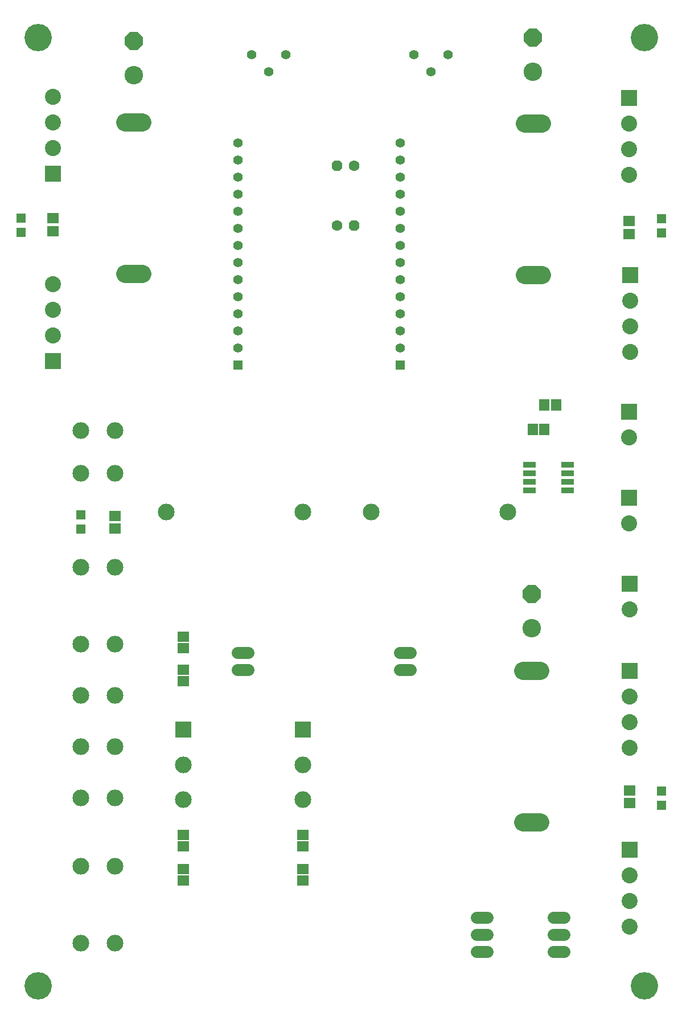
<source format=gts>
G75*
%MOIN*%
%OFA0B0*%
%FSLAX24Y24*%
%IPPOS*%
%LPD*%
%AMOC8*
5,1,8,0,0,1.08239X$1,22.5*
%
%ADD10C,0.1600*%
%ADD11R,0.0560X0.0560*%
%ADD12C,0.0560*%
%ADD13R,0.0940X0.0940*%
%ADD14C,0.0940*%
%ADD15C,0.0980*%
%ADD16R,0.0980X0.0980*%
%ADD17R,0.0710X0.0592*%
%ADD18R,0.0552X0.0552*%
%ADD19R,0.0769X0.0336*%
%ADD20R,0.0592X0.0671*%
%ADD21R,0.0671X0.0592*%
%ADD22C,0.0710*%
%ADD23OC8,0.0630*%
%ADD24C,0.0630*%
%ADD25C,0.1080*%
%ADD26OC8,0.1080*%
%ADD27C,0.1080*%
D10*
X005901Y002450D03*
X041401Y002450D03*
X041401Y057950D03*
X005901Y057950D03*
D11*
X017601Y038800D03*
X027101Y038800D03*
D12*
X027101Y039800D03*
X027101Y040800D03*
X027101Y041800D03*
X027101Y042800D03*
X027101Y043800D03*
X027101Y044800D03*
X027101Y045800D03*
X027101Y046800D03*
X027101Y047800D03*
X027101Y048800D03*
X027101Y049800D03*
X027101Y050800D03*
X027101Y051800D03*
X028901Y055950D03*
X029901Y056950D03*
X027901Y056950D03*
X020401Y056950D03*
X019401Y055950D03*
X018401Y056950D03*
X017601Y051800D03*
X017601Y050800D03*
X017601Y049800D03*
X017601Y048800D03*
X017601Y047800D03*
X017601Y046800D03*
X017601Y045800D03*
X017601Y044800D03*
X017601Y043800D03*
X017601Y042800D03*
X017601Y041800D03*
X017601Y040800D03*
X017601Y039800D03*
D13*
X006779Y039014D03*
X006779Y049984D03*
X040503Y054426D03*
X040573Y044056D03*
X040533Y036056D03*
X040533Y031026D03*
X040563Y025976D03*
X040553Y020896D03*
X040543Y010426D03*
D14*
X040543Y008926D03*
X040543Y007426D03*
X040543Y005926D03*
X040553Y016396D03*
X040553Y017896D03*
X040553Y019396D03*
X040563Y024476D03*
X040533Y029526D03*
X040533Y034556D03*
X040573Y039556D03*
X040573Y041056D03*
X040573Y042556D03*
X040503Y049926D03*
X040503Y051426D03*
X040503Y052926D03*
X006779Y052984D03*
X006779Y051484D03*
X006779Y054484D03*
X006779Y043514D03*
X006779Y042014D03*
X006779Y040514D03*
D15*
X008401Y034950D03*
X010401Y034950D03*
X010401Y032450D03*
X008401Y032450D03*
X008401Y026950D03*
X010401Y026950D03*
X013401Y030200D03*
X010401Y022450D03*
X008401Y022450D03*
X008401Y019450D03*
X010401Y019450D03*
X010401Y016450D03*
X008401Y016450D03*
X008401Y013450D03*
X010401Y013450D03*
X010401Y009450D03*
X008401Y009450D03*
X008401Y004950D03*
X010401Y004950D03*
X014411Y013340D03*
X014411Y015390D03*
X021401Y015400D03*
X021401Y013350D03*
X021401Y030200D03*
X025401Y030200D03*
X033401Y030200D03*
D16*
X021401Y017450D03*
X014411Y017440D03*
D17*
X010401Y029206D03*
X010401Y029954D03*
X006781Y046626D03*
X006781Y047374D03*
X040501Y047214D03*
X040501Y046466D03*
X040541Y013894D03*
X040541Y013146D03*
D18*
X042401Y013037D03*
X042401Y013863D03*
X042401Y046537D03*
X042401Y047363D03*
X008401Y030013D03*
X008401Y029187D03*
X004911Y046547D03*
X004911Y047373D03*
D19*
X034696Y032950D03*
X034696Y032450D03*
X034696Y031950D03*
X034696Y031450D03*
X036901Y031450D03*
X036901Y031950D03*
X036901Y032450D03*
X036901Y032950D03*
D20*
X035566Y035030D03*
X034896Y035030D03*
X035566Y036450D03*
X036236Y036450D03*
D21*
X021401Y011285D03*
X021401Y010615D03*
X021401Y009285D03*
X021401Y008615D03*
X014401Y008615D03*
X014401Y009285D03*
X014401Y010615D03*
X014401Y011285D03*
X014431Y020275D03*
X014431Y020945D03*
X014431Y022215D03*
X014431Y022885D03*
D22*
X017586Y021950D02*
X018216Y021950D01*
X018216Y020950D02*
X017586Y020950D01*
X027086Y020950D02*
X027716Y020950D01*
X027716Y021950D02*
X027086Y021950D01*
X031586Y006450D02*
X032216Y006450D01*
X032216Y005450D02*
X031586Y005450D01*
X031586Y004450D02*
X032216Y004450D01*
X036086Y004450D02*
X036716Y004450D01*
X036716Y005450D02*
X036086Y005450D01*
X036086Y006450D02*
X036716Y006450D01*
D23*
X024401Y046950D03*
X023401Y050450D03*
D24*
X024401Y050450D03*
X023401Y046950D03*
D25*
X034891Y055960D03*
X011521Y055750D03*
X034811Y023380D03*
D26*
X034811Y025380D03*
X034891Y057960D03*
X011521Y057750D03*
D27*
X012021Y052990D02*
X011021Y052990D01*
X011021Y044130D02*
X012021Y044130D01*
X034401Y044070D02*
X035401Y044070D01*
X035401Y052930D02*
X034401Y052930D01*
X034311Y020890D02*
X035311Y020890D01*
X035311Y012030D02*
X034311Y012030D01*
M02*

</source>
